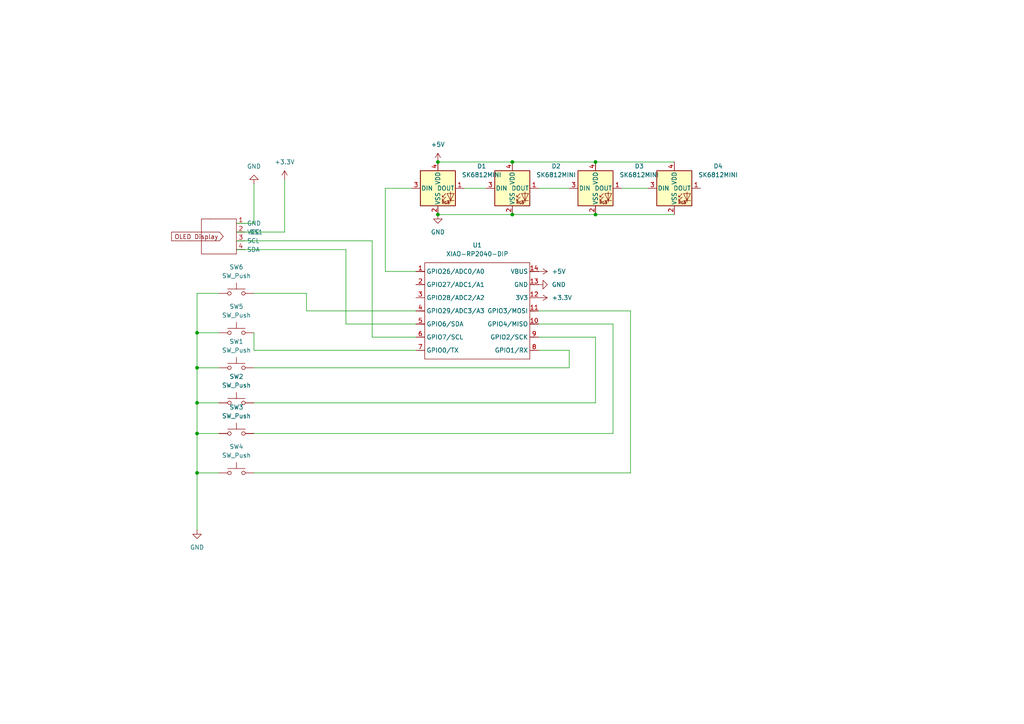
<source format=kicad_sch>
(kicad_sch (version 20250114) (generator "eeschema") (generator_version "9.0")
  (paper "A4")
  (lib_symbols
    (symbol "LED:SK6812MINI" (pin_names (offset 0.254))
      (property "Reference" "D" (at 5.08 5.715 0))
      (property "Value" "SK6812MINI" (at 1.27 -5.715 0))
      (symbol "SK6812MINI_0_0"
        (text "RGB" (at 2.286 -4.191 0) (effects (font (size 0.762 0.762))))
      )
      (symbol "SK6812MINI_0_1"
        (polyline (pts (xy 1.27 -2.54) (xy 1.778 -2.54)))
        (polyline (pts (xy 1.27 -3.556) (xy 1.778 -3.556)))
        (polyline (pts (xy 2.286 -1.524) (xy 1.27 -2.54) (xy 1.27 -2.032)))
        (polyline (pts (xy 2.286 -2.54) (xy 1.27 -3.556) (xy 1.27 -3.048)))
        (polyline (pts (xy 3.683 -1.016) (xy 3.683 -3.556) (xy 3.683 -4.064)))
        (polyline (pts (xy 4.699 -1.524) (xy 2.667 -1.524) (xy 3.683 -3.556) (xy 4.699 -1.524)))
        (polyline (pts (xy 4.699 -3.556) (xy 2.667 -3.556)))
        (rectangle (start 5.08 5.08) (end -5.08 -5.08) (stroke (width 0.254)) (fill (type background)))
      )
      (symbol "SK6812MINI_1_1"
        (pin input line (at -7.62 0 0) (length 2.54) (name "DIN") (number "3"))
        (pin power_in line (at 0 7.62 270) (length 2.54) (name "VDD") (number "4"))
        (pin power_in line (at 0 -7.62 90) (length 2.54) (name "VSS") (number "2"))
        (pin output line (at 7.62 0 180) (length 2.54) (name "DOUT") (number "1"))
      )
    )
    (symbol "OLED:SSD1306_128x32_I2C"
      (property "Reference" "DS" (at 0 0 0))
      (symbol "SSD1306_128x32_I2C_0_1"
        (rectangle (start -11.43 -1.27) (end -1.27 -11.43))
        (rectangle (start -8.89 -1.27) (end -8.89 -1.27))
      )
      (symbol "SSD1306_128x32_I2C_1_1"
        (pin power_in line (at -1.27 -2.54 0) (length 2.54) (name "GND") (number "1"))
        (pin power_in line (at -1.27 -5.08 0) (length 2.54) (name "VCC") (number "2"))
        (pin passive line (at -1.27 -7.62 0) (length 2.54) (name "SCL") (number "3"))
        (pin passive line (at -1.27 -10.16 0) (length 2.54) (name "SDA") (number "4"))
      )
    )
    (symbol "OPL Lib:XIAO-RP2040-DIP"
      (property "Reference" "U" (at 0 0 0))
      (property "Value" "XIAO-RP2040-DIP" (at 5.334 -1.778 0))
      (symbol "XIAO-RP2040-DIP_1_0"
        (polyline (pts (xy -1.27 -2.54) (xy 29.21 -2.54)) (stroke (width 0.1524)))
        (polyline (pts (xy -1.27 -5.08) (xy -2.54 -5.08)) (stroke (width 0.1524)))
        (polyline (pts (xy -1.27 -5.08) (xy -1.27 -2.54)) (stroke (width 0.1524)))
        (polyline (pts (xy -1.27 -8.89) (xy -2.54 -8.89)) (stroke (width 0.1524)))
        (polyline (pts (xy -1.27 -8.89) (xy -1.27 -5.08)) (stroke (width 0.1524)))
        (polyline (pts (xy -1.27 -12.7) (xy -2.54 -12.7)) (stroke (width 0.1524)))
        (polyline (pts (xy -1.27 -12.7) (xy -1.27 -8.89)) (stroke (width 0.1524)))
        (polyline (pts (xy -1.27 -16.51) (xy -2.54 -16.51)) (stroke (width 0.1524)))
        (polyline (pts (xy -1.27 -16.51) (xy -1.27 -12.7)) (stroke (width 0.1524)))
        (polyline (pts (xy -1.27 -20.32) (xy -2.54 -20.32)) (stroke (width 0.1524)))
        (polyline (pts (xy -1.27 -24.13) (xy -2.54 -24.13)) (stroke (width 0.1524)))
        (polyline (pts (xy -1.27 -27.94) (xy -2.54 -27.94)) (stroke (width 0.1524)))
        (polyline (pts (xy -1.27 -30.48) (xy -1.27 -16.51)) (stroke (width 0.1524)))
        (polyline (pts (xy 29.21 -2.54) (xy 29.21 -5.08)) (stroke (width 0.1524)))
        (polyline (pts (xy 29.21 -5.08) (xy 29.21 -8.89)) (stroke (width 0.1524)))
        (polyline (pts (xy 29.21 -8.89) (xy 29.21 -12.7)) (stroke (width 0.1524)))
        (polyline (pts (xy 29.21 -12.7) (xy 29.21 -30.48)) (stroke (width 0.1524)))
        (polyline (pts (xy 29.21 -30.48) (xy -1.27 -30.48)) (stroke (width 0.1524)))
        (polyline (pts (xy 30.48 -5.08) (xy 29.21 -5.08)) (stroke (width 0.1524)))
        (polyline (pts (xy 30.48 -8.89) (xy 29.21 -8.89)) (stroke (width 0.1524)))
        (polyline (pts (xy 30.48 -12.7) (xy 29.21 -12.7)) (stroke (width 0.1524)))
        (polyline (pts (xy 30.48 -16.51) (xy 29.21 -16.51)) (stroke (width 0.1524)))
        (polyline (pts (xy 30.48 -20.32) (xy 29.21 -20.32)) (stroke (width 0.1524)))
        (polyline (pts (xy 30.48 -24.13) (xy 29.21 -24.13)) (stroke (width 0.1524)))
        (polyline (pts (xy 30.48 -27.94) (xy 29.21 -27.94)) (stroke (width 0.1524)))
        (pin passive line (at -3.81 -5.08 0) (length 2.54) (name "GPIO26/ADC0/A0") (number "1"))
        (pin passive line (at -3.81 -8.89 0) (length 2.54) (name "GPIO27/ADC1/A1") (number "2"))
        (pin passive line (at -3.81 -12.7 0) (length 2.54) (name "GPIO28/ADC2/A2") (number "3"))
        (pin passive line (at -3.81 -16.51 0) (length 2.54) (name "GPIO29/ADC3/A3") (number "4"))
        (pin passive line (at -3.81 -20.32 0) (length 2.54) (name "GPIO6/SDA") (number "5"))
        (pin passive line (at -3.81 -24.13 0) (length 2.54) (name "GPIO7/SCL") (number "6"))
        (pin passive line (at -3.81 -27.94 0) (length 2.54) (name "GPIO0/TX") (number "7"))
        (pin passive line (at 31.75 -5.08 180) (length 2.54) (name "VBUS") (number "14"))
        (pin passive line (at 31.75 -8.89 180) (length 2.54) (name "GND") (number "13"))
        (pin passive line (at 31.75 -12.7 180) (length 2.54) (name "3V3") (number "12"))
        (pin passive line (at 31.75 -16.51 180) (length 2.54) (name "GPIO3/MOSI") (number "11"))
        (pin passive line (at 31.75 -20.32 180) (length 2.54) (name "GPIO4/MISO") (number "10"))
        (pin passive line (at 31.75 -24.13 180) (length 2.54) (name "GPIO2/SCK") (number "9"))
        (pin passive line (at 31.75 -27.94 180) (length 2.54) (name "GPIO1/RX") (number "8"))
      )
    )
    (symbol "Switch:SW_Push" (pin_numbers (hide yes)) (pin_names (offset 1.016) (hide yes))
      (property "Reference" "SW" (at 1.27 2.54 0))
      (property "Value" "SW_Push" (at 0 -1.524 0))
      (symbol "SW_Push_0_1"
        (circle (center -2.032 0) (radius 0.508))
        (polyline (pts (xy 0 1.27) (xy 0 3.048)))
        (circle (center 2.032 0) (radius 0.508))
        (polyline (pts (xy 2.54 1.27) (xy -2.54 1.27)))
        (pin passive line (at -5.08 0 0) (length 2.54) (name "1") (number "1"))
        (pin passive line (at 5.08 0 180) (length 2.54) (name "2") (number "2"))
      )
    )
    (symbol "power:+3.3V" (power) (pin_numbers (hide yes)) (pin_names (offset 0) (hide yes))
      (property "Value" "+3.3V" (at 0 3.556 0))
      (symbol "+3.3V_0_1"
        (polyline (pts (xy -0.762 1.27) (xy 0 2.54)))
        (polyline (pts (xy 0 2.54) (xy 0.762 1.27)))
        (polyline (pts (xy 0 0) (xy 0 2.54)))
      )
      (symbol "+3.3V_1_1"
        (pin power_in line (at 0 0 90) (length 0) (name "~") (number "1"))
      )
    )
    (symbol "power:+5V" (power) (pin_numbers (hide yes)) (pin_names (offset 0) (hide yes))
      (property "Value" "+5V" (at 0 3.556 0))
      (symbol "+5V_0_1"
        (polyline (pts (xy -0.762 1.27) (xy 0 2.54)))
        (polyline (pts (xy 0 2.54) (xy 0.762 1.27)))
        (polyline (pts (xy 0 0) (xy 0 2.54)))
      )
      (symbol "+5V_1_1"
        (pin power_in line (at 0 0 90) (length 0) (name "~") (number "1"))
      )
    )
    (symbol "power:GND" (power) (pin_numbers (hide yes)) (pin_names (offset 0) (hide yes))
      (property "Value" "GND" (at 0 -3.81 0))
      (symbol "GND_0_1"
        (polyline (pts (xy 0 0) (xy 0 -1.27) (xy 1.27 -1.27) (xy 0 -2.54) (xy -1.27 -1.27) (xy 0 -1.27)))
      )
      (symbol "GND_1_1"
        (pin power_in line (at 0 0 270) (length 0) (name "~") (number "1"))
      )
    )
  )
  (junction (at 148.59 62.23))
  (junction (at 57.15 116.84))
  (junction (at 172.72 62.23))
  (junction (at 57.15 137.16))
  (junction (at 57.15 125.73))
  (junction (at 127 46.99))
  (junction (at 148.59 46.99))
  (junction (at 127 62.23))
  (junction (at 57.15 106.68))
  (junction (at 57.15 96.52))
  (junction (at 172.72 46.99))
  (wire (pts (xy 73.66 85.09) (xy 88.9 85.09)))
  (wire (pts (xy 107.95 97.79) (xy 120.65 97.79)))
  (wire (pts (xy 88.9 85.09) (xy 88.9 90.17)))
  (wire (pts (xy 100.33 72.39) (xy 100.33 93.98)))
  (wire (pts (xy 57.15 116.84) (xy 57.15 125.73)))
  (wire (pts (xy 120.65 101.6) (xy 73.66 101.6)))
  (wire (pts (xy 57.15 137.16) (xy 57.15 153.67)))
  (wire (pts (xy 148.59 62.23) (xy 172.72 62.23)))
  (wire (pts (xy 57.15 85.09) (xy 63.5 85.09)))
  (wire (pts (xy 165.1 106.68) (xy 165.1 101.6)))
  (wire (pts (xy 165.1 101.6) (xy 156.21 101.6)))
  (wire (pts (xy 148.59 46.99) (xy 172.72 46.99)))
  (wire (pts (xy 182.88 90.17) (xy 156.21 90.17)))
  (wire (pts (xy 57.15 106.68) (xy 57.15 116.84)))
  (wire (pts (xy 177.8 125.73) (xy 177.8 93.98)))
  (wire (pts (xy 134.62 54.61) (xy 140.97 54.61)))
  (wire (pts (xy 68.58 69.85) (xy 107.95 69.85)))
  (wire (pts (xy 57.15 85.09) (xy 57.15 96.52)))
  (wire (pts (xy 111.76 78.74) (xy 111.76 54.61)))
  (wire (pts (xy 73.66 101.6) (xy 73.66 96.52)))
  (wire (pts (xy 73.66 116.84) (xy 172.72 116.84)))
  (wire (pts (xy 73.66 64.77) (xy 68.58 64.77)))
  (wire (pts (xy 82.55 67.31) (xy 68.58 67.31)))
  (wire (pts (xy 111.76 78.74) (xy 120.65 78.74)))
  (wire (pts (xy 57.15 137.16) (xy 63.5 137.16)))
  (wire (pts (xy 57.15 125.73) (xy 57.15 137.16)))
  (wire (pts (xy 57.15 106.68) (xy 57.15 96.52)))
  (wire (pts (xy 68.58 72.39) (xy 100.33 72.39)))
  (wire (pts (xy 88.9 90.17) (xy 120.65 90.17)))
  (wire (pts (xy 180.34 54.61) (xy 187.96 54.61)))
  (wire (pts (xy 107.95 69.85) (xy 107.95 97.79)))
  (wire (pts (xy 73.66 53.34) (xy 73.66 64.77)))
  (wire (pts (xy 63.5 106.68) (xy 57.15 106.68)))
  (wire (pts (xy 148.59 46.99) (xy 127 46.99)))
  (wire (pts (xy 57.15 96.52) (xy 63.5 96.52)))
  (wire (pts (xy 73.66 137.16) (xy 182.88 137.16)))
  (wire (pts (xy 172.72 97.79) (xy 156.21 97.79)))
  (wire (pts (xy 111.76 54.61) (xy 119.38 54.61)))
  (wire (pts (xy 73.66 125.73) (xy 177.8 125.73)))
  (wire (pts (xy 182.88 137.16) (xy 182.88 90.17)))
  (wire (pts (xy 100.33 93.98) (xy 120.65 93.98)))
  (wire (pts (xy 177.8 93.98) (xy 156.21 93.98)))
  (wire (pts (xy 63.5 116.84) (xy 57.15 116.84)))
  (wire (pts (xy 172.72 46.99) (xy 195.58 46.99)))
  (wire (pts (xy 63.5 125.73) (xy 57.15 125.73)))
  (wire (pts (xy 172.72 116.84) (xy 172.72 97.79)))
  (wire (pts (xy 82.55 52.07) (xy 82.55 67.31)))
  (wire (pts (xy 156.21 54.61) (xy 165.1 54.61)))
  (wire (pts (xy 73.66 106.68) (xy 165.1 106.68)))
  (wire (pts (xy 172.72 62.23) (xy 195.58 62.23)))
  (wire (pts (xy 127 62.23) (xy 148.59 62.23)))
  (global_label "OLED Display" (shape input) (at 64.77 68.58 180) (property "Intersheetrefs" "${INTERSHEET_REFS}" (effects (hide yes))))
  (symbol (lib_id "OPL Lib:XIAO-RP2040-DIP") (at 124.46 73.66 0) (unit 1)
    (property "Reference" "U1" (at 138.43 71.12 0))
    (property "Value" "XIAO-RP2040-DIP" (at 138.43 73.66 0))
    (property "Footprint" "OPL Lib:XIAO-RP2040-SMD" (effects (hide yes)))
  )
  (symbol (lib_id "power:+3.3V") (at 156.21 86.36 270) (unit 1)
    (property "Reference" "#PWR08" (effects (hide yes)))
    (property "Value" "+3.3V" (at 160.02 86.3599 90) (effects (justify left)))
    (property "Description" "Power symbol creates a global label with name \"+3.3V\"" (effects (hide yes)))
  )
  (symbol (lib_id "Switch:SW_Push") (at 68.58 137.16 0) (unit 1)
    (property "Reference" "SW4" (at 68.58 129.54 0))
    (property "Value" "SW_Push" (at 68.58 132.08 0))
    (property "Footprint" "Button_Switch_Keyboard:SW_Cherry_MX_1.00u_PCB" (effects (hide yes)))
    (property "Description" "Push button switch, generic, two pins" (effects (hide yes)))
  )
  (symbol (lib_id "power:GND") (at 127 62.23 0) (unit 1)
    (property "Reference" "#PWR03" (effects (hide yes)))
    (property "Value" "GND" (at 127 67.31 0))
    (property "Description" "Power symbol creates a global label with name \"GND\" , ground" (effects (hide yes)))
  )
  (symbol (lib_id "Switch:SW_Push") (at 68.58 106.68 0) (unit 1)
    (property "Reference" "SW1" (at 68.58 99.06 0))
    (property "Value" "SW_Push" (at 68.58 101.6 0))
    (property "Footprint" "Button_Switch_Keyboard:SW_Cherry_MX_1.00u_PCB" (effects (hide yes)))
    (property "Description" "Push button switch, generic, two pins" (effects (hide yes)))
  )
  (symbol (lib_id "Switch:SW_Push") (at 68.58 96.52 0) (unit 1)
    (property "Reference" "SW5" (at 68.58 88.9 0))
    (property "Value" "SW_Push" (at 68.58 91.44 0))
    (property "Footprint" "Button_Switch_Keyboard:SW_Cherry_MX_1.00u_PCB" (effects (hide yes)))
    (property "Description" "Push button switch, generic, two pins" (effects (hide yes)))
  )
  (symbol (lib_id "power:GND") (at 73.66 53.34 180) (unit 1)
    (property "Reference" "#PWR02" (effects (hide yes)))
    (property "Value" "GND" (at 73.66 48.26 0))
    (property "Description" "Power symbol creates a global label with name \"GND\" , ground" (effects (hide yes)))
  )
  (symbol (lib_id "LED:SK6812MINI") (at 127 54.61 0) (unit 1)
    (property "Reference" "D1" (at 139.7 48.1898 0))
    (property "Value" "SK6812MINI" (at 139.7 50.7298 0))
    (property "Footprint" "LED_SMD:LED_SK6812MINI_PLCC4_3.5x3.5mm_P1.75mm" (effects (hide yes)))
    (property "Datasheet" "https://cdn-shop.adafruit.com/product-files/2686/SK6812MINI_REV.01-1-2.pdf" (effects (hide yes)))
    (property "Description" "RGB LED with integrated controller" (effects (hide yes)))
  )
  (symbol (lib_id "Switch:SW_Push") (at 68.58 85.09 0) (unit 1)
    (property "Reference" "SW6" (at 68.58 77.47 0))
    (property "Value" "SW_Push" (at 68.58 80.01 0))
    (property "Footprint" "Button_Switch_Keyboard:SW_Cherry_MX_1.00u_PCB" (effects (hide yes)))
    (property "Description" "Push button switch, generic, two pins" (effects (hide yes)))
  )
  (symbol (lib_id "power:GND") (at 156.21 82.55 90) (unit 1)
    (property "Reference" "#PWR06" (effects (hide yes)))
    (property "Value" "GND" (at 160.02 82.5499 90) (effects (justify right)))
    (property "Description" "Power symbol creates a global label with name \"GND\" , ground" (effects (hide yes)))
  )
  (symbol (lib_id "power:+5V") (at 156.21 78.74 270) (unit 1)
    (property "Reference" "#PWR07" (effects (hide yes)))
    (property "Value" "+5V" (at 160.02 78.7399 90) (effects (justify left)))
    (property "Description" "Power symbol creates a global label with name \"+5V\"" (effects (hide yes)))
  )
  (symbol (lib_id "Switch:SW_Push") (at 68.58 125.73 0) (unit 1)
    (property "Reference" "SW3" (at 68.58 118.11 0))
    (property "Value" "SW_Push" (at 68.58 120.65 0))
    (property "Footprint" "Button_Switch_Keyboard:SW_Cherry_MX_1.00u_PCB" (effects (hide yes)))
    (property "Description" "Push button switch, generic, two pins" (effects (hide yes)))
  )
  (symbol (lib_id "OLED:SSD1306_128x32_I2C") (at 69.85 62.23 0) (unit 1)
    (property "Reference" "DS1" (at 72.39 67.3099 0) (effects (justify left)))
    (property "Value" "~" (at 72.39 69.8499 0) (effects (justify left)))
    (property "Footprint" "SSD1306-0.91-OLED-4pin-128x32:SSD1306-0.91-OLED-4pin-128x32" (effects (hide yes)))
  )
  (symbol (lib_id "LED:SK6812MINI") (at 172.72 54.61 0) (unit 1)
    (property "Reference" "D3" (at 185.42 48.1898 0))
    (property "Value" "SK6812MINI" (at 185.42 50.7298 0))
    (property "Footprint" "LED_SMD:LED_SK6812MINI_PLCC4_3.5x3.5mm_P1.75mm" (effects (hide yes)))
    (property "Datasheet" "https://cdn-shop.adafruit.com/product-files/2686/SK6812MINI_REV.01-1-2.pdf" (effects (hide yes)))
    (property "Description" "RGB LED with integrated controller" (effects (hide yes)))
  )
  (symbol (lib_id "LED:SK6812MINI") (at 148.59 54.61 0) (unit 1)
    (property "Reference" "D2" (at 161.29 48.1898 0))
    (property "Value" "SK6812MINI" (at 161.29 50.7298 0))
    (property "Footprint" "LED_SMD:LED_SK6812MINI_PLCC4_3.5x3.5mm_P1.75mm" (effects (hide yes)))
    (property "Datasheet" "https://cdn-shop.adafruit.com/product-files/2686/SK6812MINI_REV.01-1-2.pdf" (effects (hide yes)))
    (property "Description" "RGB LED with integrated controller" (effects (hide yes)))
  )
  (symbol (lib_id "power:GND") (at 57.15 153.67 0) (unit 1)
    (property "Reference" "#PWR01" (effects (hide yes)))
    (property "Value" "GND" (at 57.15 158.75 0))
    (property "Description" "Power symbol creates a global label with name \"GND\" , ground" (effects (hide yes)))
  )
  (symbol (lib_id "power:+3.3V") (at 82.55 52.07 0) (unit 1)
    (property "Reference" "#PWR05" (effects (hide yes)))
    (property "Value" "+3.3V" (at 82.55 46.99 0))
    (property "Description" "Power symbol creates a global label with name \"+3.3V\"" (effects (hide yes)))
  )
  (symbol (lib_id "Switch:SW_Push") (at 68.58 116.84 0) (unit 1)
    (property "Reference" "SW2" (at 68.58 109.22 0))
    (property "Value" "SW_Push" (at 68.58 111.76 0))
    (property "Footprint" "Button_Switch_Keyboard:SW_Cherry_MX_1.00u_PCB" (effects (hide yes)))
    (property "Description" "Push button switch, generic, two pins" (effects (hide yes)))
  )
  (symbol (lib_id "LED:SK6812MINI") (at 195.58 54.61 0) (unit 1)
    (property "Reference" "D4" (at 208.28 48.1898 0))
    (property "Value" "SK6812MINI" (at 208.28 50.7298 0))
    (property "Footprint" "LED_SMD:LED_SK6812MINI_PLCC4_3.5x3.5mm_P1.75mm" (effects (hide yes)))
    (property "Datasheet" "https://cdn-shop.adafruit.com/product-files/2686/SK6812MINI_REV.01-1-2.pdf" (effects (hide yes)))
    (property "Description" "RGB LED with integrated controller" (effects (hide yes)))
  )
  (symbol (lib_id "power:+5V") (at 127 46.99 0) (unit 1)
    (property "Reference" "#PWR04" (effects (hide yes)))
    (property "Value" "+5V" (at 127 41.91 0))
    (property "Description" "Power symbol creates a global label with name \"+5V\"" (effects (hide yes)))
  )
)
</source>
